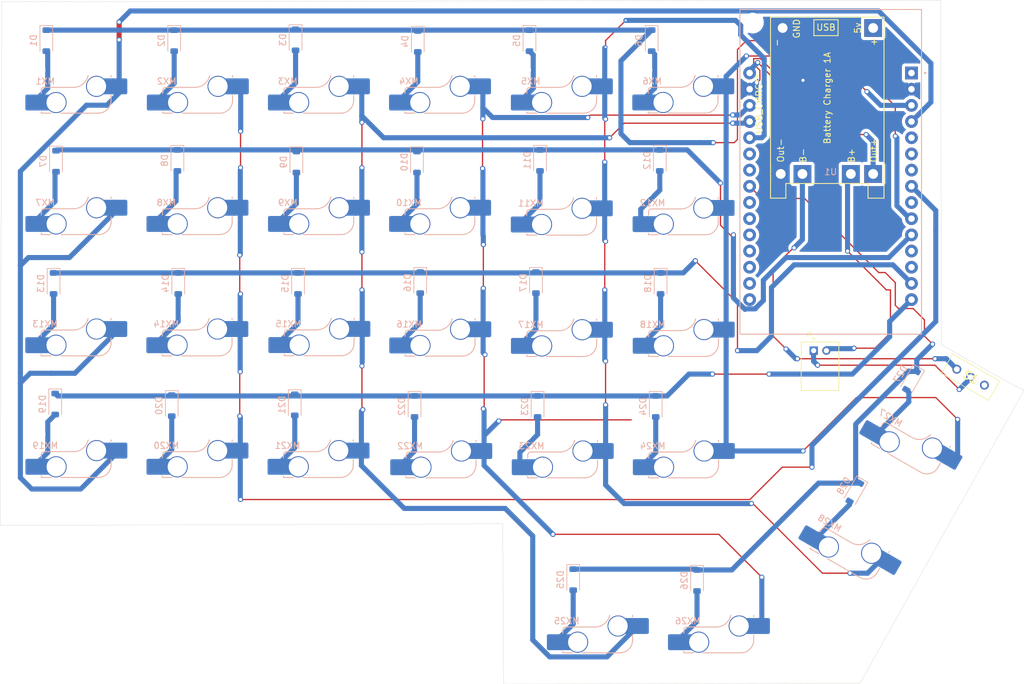
<source format=kicad_pcb>
(kicad_pcb (version 20240108) (generator "pcbnew") (generator_version "8.0")
  (layers (0 "F.Cu" signal) (31 "B.Cu" signal) (34 "B.Paste" user) (35 "F.Paste" user) (36 "B.SilkS" user "B.Silkscreen") (37 "F.SilkS" user "F.Silkscreen") (38 "B.Mask" user) (39 "F.Mask" user) (44 "Edge.Cuts" user))
  (net 0 "")
  (footprint "SamacSys_Parts:SS12D00G3" (layer "F.Cu") (at 217.784664 105.4936 150)
    (property "Reference" "S1")
    (property "Value" "SS12D00G3" (hide yes))
  )
  (footprint "bibliotecas:JST_S2B-PH-K-S_LF__SN_" (layer "F.Cu") (at 194.1566 101.3226)
    (property "Reference" "J2")
    (property "Value" "S2B-PH-K-S_LF__SN_")
  )
  (footprint "TP4056-18650-master:TP4056-18650" (layer "F.Cu") (at 204.1896 48.9986 -90)
    (property "Reference" "USB_CHRG**")
    (property "Value" "TP4056-18650")
  )
  (footprint "PCM_marbastlib-mx:SW_MX_HS_CPG151101S11_1u" (layer "B.Cu") (at 114.900598 76.3626)
    (property "Reference" "MX9")
    (property "Value" "MX_SW_HS")
  )
  (footprint "PCM_marbastlib-mx:SW_MX_HS_CPG151101S11_1u" (layer "B.Cu") (at 172.130598 95.4826)
    (property "Reference" "MX18")
    (property "Value" "MX_SW_HS")
  )
  (footprint "PCM_marbastlib-mx:SW_MX_HS_CPG151101S11_1u" (layer "B.Cu") (at 95.890598 57.3126)
    (property "Reference" "MX2")
    (property "Value" "MX_SW_HS")
  )
  (footprint "Diode_SMD:D_SOD-123" (layer "B.Cu") (at 73.8886 90.7806 -90)
    (property "Reference" "D13")
    (property "Value" "D_Small")
  )
  (footprint "Diode_SMD:D_SOD-123" (layer "B.Cu") (at 149.5806 90.6526 -90)
    (property "Reference" "D17")
    (property "Value" "D_Small")
  )
  (footprint "Diode_SMD:D_SOD-123" (layer "B.Cu") (at 111.9886 71.7296 -90)
    (property "Reference" "D9")
    (property "Value" "D_Small")
  )
  (footprint "Diode_SMD:D_SOD-123" (layer "B.Cu") (at 92.4306 109.9566 -90)
    (property "Reference" "D20")
    (property "Value" "D_Small")
  )
  (footprint "Diode_SMD:D_SOD-123" (layer "B.Cu") (at 168.3766 110.0836 -90)
    (property "Reference" "D24")
    (property "Value" "D_Small")
  )
  (footprint "Diode_SMD:D_SOD-123" (layer "B.Cu") (at 93.3196 71.4756 -90)
    (property "Reference" "D8")
    (property "Value" "D_Small")
  )
  (footprint "Diode_SMD:D_SOD-123" (layer "B.Cu") (at 72.7456 52.6796 -90)
    (property "Reference" "D1")
    (property "Value" "D_Small")
  )
  (footprint "Diode_SMD:D_SOD-123" (layer "B.Cu") (at 174.8536 137.3886 -90)
    (property "Reference" "D26")
    (property "Value" "D_Small")
  )
  (footprint "PCM_marbastlib-mx:SW_MX_HS_CPG151101S11_1u" (layer "B.Cu") (at 114.830598 114.4726)
    (property "Reference" "MX21")
    (property "Value" "MX_SW_HS")
  )
  (footprint "PCM_marbastlib-mx:SW_MX_HS_CPG151101S11_1u" (layer "B.Cu") (at 209.761044 112.507895 -30)
    (property "Reference" "MX27")
    (property "Value" "MX_SW_HS")
  )
  (footprint "PCM_marbastlib-mx:SW_MX_HS_CPG151101S11_1u" (layer "B.Cu") (at 114.890598 57.3126)
    (property "Reference" "MX3")
    (property "Value" "MX_SW_HS")
  )
  (footprint "Diode_SMD:D_SOD-123" (layer "B.Cu") (at 155.4226 137.2616 -90)
    (property "Reference" "D25")
    (property "Value" "D_Small")
  )
  (footprint "Diode_SMD:D_SOD-123" (layer "B.Cu") (at 208.5086 106.0196 -120)
    (property "Reference" "D27")
    (property "Value" "D_Small")
  )
  (footprint "Diode_SMD:D_SOD-123" (layer "B.Cu") (at 199.6186 123.5456 -120)
    (property "Reference" "D28")
    (property "Value" "D_Small")
  )
  (footprint "PCM_marbastlib-mx:SW_MX_HS_CPG151101S11_1u" (layer "B.Cu") (at 95.830598 76.3626)
    (property "Reference" "MX8")
    (property "Value" "MX_SW_HS")
  )
  (footprint "Diode_SMD:D_SOD-123" (layer "B.Cu") (at 74.1436 109.7026 -90)
    (property "Reference" "D19")
    (property "Value" "D_Small")
  )
  (footprint "PCM_marbastlib-mx:SW_MX_HS_CPG151101S11_1u" (layer "B.Cu") (at 153.150598 114.5326)
    (property "Reference" "MX23")
    (property "Value" "MX_SW_HS")
  )
  (footprint "PCM_marbastlib-mx:SW_MX_HS_CPG151101S11_1u" (layer "B.Cu") (at 153.020598 95.5026)
    (property "Reference" "MX17")
    (property "Value" "MX_SW_HS")
  )
  (footprint "PCM_marbastlib-mx:SW_MX_HS_CPG151101S11_1u" (layer "B.Cu") (at 153.000598 76.4526)
    (property "Reference" "MX11")
    (property "Value" "MX_SW_HS")
  )
  (footprint "Diode_SMD:D_SOD-123" (layer "B.Cu") (at 131.4196 90.6526 -90)
    (property "Reference" "D16")
    (property "Value" "D_Small")
  )
  (footprint "Diode_SMD:D_SOD-123" (layer "B.Cu") (at 148.5646 52.6806 -90)
    (property "Reference" "D5")
    (property "Value" "D_Small")
  )
  (footprint "PCM_marbastlib-mx:SW_MX_HS_CPG151101S11_1u" (layer "B.Cu") (at 172.150598 114.5326)
    (property "Reference" "MX24")
    (property "Value" "MX_SW_HS")
  )
  (footprint "Diode_SMD:D_SOD-123" (layer "B.Cu") (at 112.2426 90.7796 -90)
    (property "Reference" "D15")
    (property "Value" "D_Small")
  )
  (footprint "Diode_SMD:D_SOD-123" (layer "B.Cu") (at 150.2156 71.4756 -90)
    (property "Reference" "D11")
    (property "Value" "D_Small")
  )
  (footprint "PCM_marbastlib-mx:SW_MX_HS_CPG151101S11_1u" (layer "B.Cu") (at 76.820598 57.3126)
    (property "Reference" "MX1")
    (property "Value" "MX_SW_HS")
  )
  (footprint "PCM_marbastlib-mx:SW_MX_HS_CPG151101S11_1u" (layer "B.Cu") (at 200.2206 129.0126 -30)
    (property "Reference" "MX28")
    (property "Value" "MX_SW_HS")
  )
  (footprint "PCM_marbastlib-mx:SW_MX_HS_CPG151101S11_1u" (layer "B.Cu") (at 134.080598 114.5326)
    (property "Reference" "MX22")
    (property "Value" "MX_SW_HS")
  )
  (footprint "PCM_marbastlib-mx:SW_MX_HS_CPG151101S11_1u" (layer "B.Cu") (at 76.830598 76.3626)
    (property "Reference" "MX7")
    (property "Value" "MX_SW_HS")
  )
  (footprint "Diode_SMD:D_SOD-123" (layer "B.Cu") (at 130.9116 71.7296 -90)
    (property "Reference" "D10")
    (property "Value" "D_Small")
  )
  (footprint "Diode_SMD:D_SOD-123" (layer "B.Cu") (at 130.5306 110.0836 -90)
    (property "Reference" "D22")
    (property "Value" "D_Small")
  )
  (footprint "Diode_SMD:D_SOD-123" (layer "B.Cu") (at 111.7346 109.8296 -90)
    (property "Reference" "D21")
    (property "Value" "D_Small")
  )
  (footprint "PCM_marbastlib-mx:SW_MX_HS_CPG151101S11_1u" (layer "B.Cu") (at 133.890598 57.3126)
    (property "Reference" "MX4")
    (property "Value" "MX_SW_HS")
  )
  (footprint "Diode_SMD:D_SOD-123" (layer "B.Cu") (at 74.2696 71.6026 -90)
    (property "Reference" "D7")
    (property "Value" "D_Small")
  )
  (footprint "ESP32-DEVKIT-V1:MODULE_ESP32_DEVKIT_V1" (layer "B.Cu") (at 195.8086 73.2746 180)
    (property "Reference" "U1")
    (property "Value" "ESP32-DEVKIT-V1" (hide yes))
  )
  (footprint "PCM_marbastlib-mx:SW_MX_HS_CPG151101S11_1u" (layer "B.Cu") (at 177.6606 141.9926)
    (property "Reference" "MX26")
    (property "Value" "MX_SW_HS")
  )
  (footprint "Diode_SMD:D_SOD-123" (layer "B.Cu") (at 167.7416 52.6796 -90)
    (property "Reference" "D6")
    (property "Value" "D_Small")
  )
  (footprint "PCM_marbastlib-mx:SW_MX_HS_CPG151101S11_1u" (layer "B.Cu") (at 114.960598 95.3726)
    (property "Reference" "MX15")
    (property "Value" "MX_SW_HS")
  )
  (footprint "PCM_marbastlib-mx:SW_MX_HS_CPG151101S11_1u" (layer "B.Cu") (at 172.110598 76.3926)
    (property "Reference" "MX12")
    (property "Value" "MX_SW_HS")
  )
  (footprint "Diode_SMD:D_SOD-123" (layer "B.Cu") (at 149.8346 110.0836 -90)
    (property "Reference" "D23")
    (property "Value" "D_Small")
  )
  (footprint "PCM_marbastlib-mx:SW_MX_HS_CPG151101S11_1u" (layer "B.Cu") (at 172.060598 57.3026)
    (property "Reference" "MX6")
    (property "Value" "MX_SW_HS")
  )
  (footprint "PCM_marbastlib-mx:SW_MX_HS_CPG151101S11_1u" (layer "B.Cu") (at 76.810598 95.3926)
    (property "Reference" "MX13")
    (property "Value" "MX_SW_HS")
  )
  (footprint "PCM_marbastlib-mx:SW_MX_HS_CPG151101S11_1u" (layer "B.Cu") (at 158.6606 141.9926)
    (property "Reference" "MX25")
    (property "Value" "MX_SW_HS")
  )
  (footprint "Diode_SMD:D_SOD-123" (layer "B.Cu") (at 92.8116 52.6796 -90)
    (property "Reference" "D2")
    (property "Value" "D_Small")
  )
  (footprint "Diode_SMD:D_SOD-123" (layer "B.Cu") (at 131.0386 52.8066 -90)
    (property "Reference" "D4")
    (property "Value" "D_Small")
  )
  (footprint "PCM_marbastlib-mx:SW_MX_HS_CPG151101S11_1u" (layer "B.Cu") (at 133.930598 95.4326)
    (property "Reference" "MX16")
    (property "Value" "MX_SW_HS")
  )
  (footprint "PCM_marbastlib-mx:SW_MX_HS_CPG151101S11_1u" (layer "B.Cu") (at 76.830598 114.4726)
    (property "Reference" "MX19")
    (property "Value" "MX_SW_HS")
  )
  (footprint "Diode_SMD:D_SOD-123" (layer "B.Cu") (at 169.0116 71.4756 -90)
    (property "Reference" "D12")
    (property "Value" "D_Small")
  )
  (footprint "Diode_SMD:D_SOD-123" (layer "B.Cu") (at 111.8616 52.5526 -90)
    (property "Reference" "D3")
    (property "Value" "D_Small")
  )
  (footprint "PCM_marbastlib-mx:SW_MX_HS_CPG151101S11_1u" (layer "B.Cu") (at 133.900598 76.3626)
    (property "Reference" "MX10")
    (property "Value" "MX_SW_HS")
  )
  (footprint "PCM_marbastlib-mx:SW_MX_HS_CPG151101S11_1u" (layer "B.Cu") (at 95.830598 114.4726)
    (property "Reference" "MX20")
    (property "Value" "MX_SW_HS")
  )
  (footprint "PCM_marbastlib-mx:SW_MX_HS_CPG151101S11_1u" (layer "B.Cu") (at 95.810598 95.3926)
    (property "Reference" "MX14")
    (property "Value" "MX_SW_HS")
  )
  (footprint "PCM_marbastlib-mx:SW_MX_HS_CPG151101S11_1u" (layer "B.Cu") (at 153.010598 57.3126)
    (property "Reference" "MX5")
    (property "Value" "MX_SW_HS")
  )
  (footprint "Diode_SMD:D_SOD-123" (layer "B.Cu") (at 93.4466 90.7796 -90)
    (property "Reference" "D14")
    (property "Value" "D_Small")
  )
  (footprint "Diode_SMD:D_SOD-123" (layer "B.Cu") (at 169.1386 90.7796 -90)
    (property "Reference" "D18")
    (property "Value" "D_Small")
  )
  (gr_line (start 144.5006 153.6446) (end 200.3806 153.5176) (stroke (width 0.05)) (layer "Edge.Cuts"))
  (gr_line (start 144.3736 128.4986) (end 65.5066 128.7526) (stroke (width 0.05)) (layer "Edge.Cuts"))
  (gr_line (start 213.2076 100.4316) (end 224.6376 106.7816) (stroke (width 0.05)) (layer "Edge.Cuts"))
  (gr_line (start 224.6376 106.7816) (end 226.1616 107.5436) (stroke (width 0.05)) (layer "Edge.Cuts"))
  (gr_line (start 65.7606 46.5836) (end 213.0806 46.3296) (stroke (width 0.05)) (layer "Edge.Cuts"))
  (gr_line (start 200.5076 153.3906) (end 200.3806 153.5176) (stroke (width 0.05)) (layer "Edge.Cuts"))
  (gr_line (start 144.3736 128.4986) (end 144.5006 153.6446) (stroke (width 0.05)) (layer "Edge.Cuts"))
  (gr_line (start 65.7606 46.5836) (end 65.5066 128.7526) (stroke (width 0.05)) (layer "Edge.Cuts"))
  (gr_line (start 213.0806 46.3296) (end 213.2076 100.4316) (stroke (width 0.05)) (layer "Edge.Cuts"))
  (gr_line (start 226.1616 107.5436) (end 200.5076 153.3906) (stroke (width 0.05)) (layer "Edge.Cuts"))
  (segment (start 141.1986 65.0006) (end 141.250598 64.948602) (width 0.2) (layer "F.Cu") (net 0))
  (segment (start 205.9676 94.2106) (end 205.9676 90.6546) (width 0.2) (layer "F.Cu") (net 0))
  (segment (start 189.9656 85.1936) (end 190.0926 85.1936) (width 0.2) (layer "F.Cu") (net 0))
  (segment (start 204.3801 89.0671) (end 203.3641 89.0671) (width 0.2) (layer "F.Cu") (net 0))
  (segment (start 152.2476 130.1496) (end 178.2826 130.1496) (width 0.2) (layer "F.Cu") (net 0))
  (segment (start 203.3641 89.0671) (end 191.7436 77.4466) (width 0.2) (layer "F.Cu") (net 0))
  (segment (start 205.9676 62.9686) (end 195.6806 52.6816) (width 0.2) (layer "F.Cu") (net 0))
  (segment (start 181.2026 93.8296) (end 181.2026 101.3226) (width 0.2) (layer "F.Cu") (net 0))
  (segment (start 195.6806 52.6816) (end 182.5996 52.6816) (width 0.2) (layer "F.Cu") (net 0))
  (segment (start 205.2056 91.7976) (end 204.5706 91.7976) (width 0.2) (layer "F.Cu") (net 0))
  (segment (start 163.4226 65.6356) (end 180.4406 65.6356) (width 0.2) (layer "F.Cu") (net 0))
  (segment (start 191.7436 77.4466) (end 185.015599 77.4466) (width 0.2) (layer "F.Cu") (net 0))
  (segment (start 185.015599 77.4466) (end 183.1086 75.539601) (width 0.2) (layer "F.Cu") (net 0))
  (segment (start 160.3756 65.1256) (end 160.5026 64.9986) (width 0.2) (layer "F.Cu") (net 0))
  (segment (start 186.7906 88.3686) (end 189.9656 85.1936) (width 0.2) (layer "F.Cu") (net 0))
  (segment (start 164.532215 112.1887) (end 143.9195 112.1887) (width 0.2) (layer "F.Cu") (net 0))
  (segment (start 183.7426 56.3646) (end 184.720175 57.342175) (width 0.2) (layer "F.Cu") (net 0))
  (segment (start 103.0986 86.3346) (end 103.0986 92.3036) (width 0.2) (layer "F.Cu") (net 0))
  (segment (start 181.2026 54.0786) (end 181.2026 68.1756) (width 0.2) (layer "F.Cu") (net 0))
  (segment (start 158.0886 64.3656) (end 179.9326 64.3656) (width 0.2) (layer "F.Cu") (net 0))
  (segment (start 211.8096 100.3066) (end 210.5396 99.0366) (width 0.2) (layer "F.Cu") (net 0))
  (segment (start 183.7426 55.4946) (end 183.7426 56.3646) (width 0.2) (layer "F.Cu") (net 0))
  (segment (start 122.4026 110.5916) (end 122.2756 110.4646) (width 0.2) (layer "F.Cu") (net 0))
  (segment (start 212.3186 108.6866) (end 215.7476 112.1156) (width 0.2) (layer "F.Cu") (net 0))
  (segment (start 161.1366 67.9216) (end 163.4226 65.6356) (width 0.2) (layer "F.Cu") (net 0))
  (segment (start 157.7076 64.7466) (end 158.0886 64.3656) (width 0.2) (layer "F.Cu") (net 0))
  (segment (start 141.4526 102.2096) (end 141.5796 102.0826) (width 0.2) (layer "F.Cu") (net 0))
  (segment (start 179.9326 64.3656) (end 180.1866 64.3656) (width 0.2) (layer "F.Cu") (net 0))
  (segment (start 181.2026 68.1756) (end 180.6946 68.6836) (width 0.2) (layer "F.Cu") (net 0))
  (segment (start 188.8226 101.0686) (end 186.7906 99.0366) (width 0.2) (layer "F.Cu") (net 0))
  (segment (start 186.7906 99.0366) (end 186.7906 88.3686) (width 0.2) (layer "F.Cu") (net 0))
  (segment (start 205.9676 90.6546) (end 204.3801 89.0671) (width 0.2) (layer "F.Cu") (net 0))
  (segment (start 122.2756 110.4646) (end 122.2756 103.7336) (width 0.2) (layer "F.Cu") (net 0))
  (segment (start 122.2756 72.6186) (end 122.2756 65.5066) (width 0.2) (layer "F.Cu") (net 0))
  (segment (start 199.8726 108.6866) (end 212.3186 108.6866) (width 0.2) (layer "F.Cu") (net 0))
  (segment (start 103.2256 66.9036) (end 103.2256 72.6186) (width 0.2) (layer "F.Cu") (net 0))
  (segment (start 205.2056 98.5286) (end 205.2056 91.7976) (width 0.2) (layer "F.Cu") (net 0))
  (segment (start 182.5996 52.6816) (end 181.2026 54.0786) (width 0.2) (layer "F.Cu") (net 0))
  (segment (start 184.2506 59.311) (end 184.1998 59.311) (width 0.2) (layer "F.Cu") (net 0))
  (segment (start 103.0986 92.3036) (end 103.2256 92.4306) (width 0.2) (layer "F.Cu") (net 0))
  (segment (start 160.5026 53.6956) (end 160.5026 52.6796) (width 0.2) (layer "F.Cu") (net 0))
  (segment (start 182.5996 55.0946) (end 195.9346 55.0946) (width 0.2) (layer "F.Cu") (net 0))
  (segment (start 202.7926 100.9416) (end 205.2056 98.5286) (width 0.2) (layer "F.Cu") (net 0))
  (segment (start 178.5356 75.0336) (end 178.5356 81.6376) (width 0.2) (layer "F.Cu") (net 0))
  (segment (start 199.4906 100.9416) (end 202.7926 100.9416) (width 0.2) (layer "F.Cu") (net 0))
  (segment (start 103.0986 111.6076) (end 103.0986 104.6226) (width 0.2) (layer "F.Cu") (net 0))
  (segment (start 174.5986 87.2256) (end 181.2026 93.8296) (width 0.2) (layer "F.Cu") (net 0))
  (segment (start 188.1876 58.9046) (end 184.7776 55.4946) (width 0.2) (layer "F.Cu") (net 0))
  (segment (start 183.4896 125.1966) (end 194.5386 136.2456) (width 0.2) (layer "F.Cu") (net 0))
  (segment (start 184.7776 55.4946) (end 183.7426 55.4946) (width 0.2) (layer "F.Cu") (net 0))
  (segment (start 210.5396 99.0366) (end 210.5396 96.4966) (width 0.2) (layer "F.Cu") (net 0))
  (segment (start 184.3776 56.1106) (end 195.6806 67.4136) (width 0.2) (layer "F.Cu") (net 0))
  (segment (start 160.3756 71.7296) (end 160.3756 65.1256) (width 0.2) (layer "F.Cu") (net 0))
  (segment (start 141.4526 110.3376) (end 141.4526 102.2096) (width 0.2) (layer "F.Cu") (net 0))
  (segment (start 184.720175 57.342175) (end 184.720175 58.841425) (width 0.2) (layer "F.Cu") (net 0))
  (segment (start 192.8866 119.6106) (end 188.227071 119.6106) (width 0.2) (layer "F.Cu") (net 0))
  (segment (start 84.1756 52.5526) (end 84.1756 49.7586) (width 0.8) (layer "F.Cu") (net 0))
  (segment (start 191.4896 58.9046) (end 188.1876 58.9046) (width 0.2) (layer "F.Cu") (net 0))
  (segment (start 210.5396 96.4966) (end 208.7616 94.7186) (width 0.2) (layer "F.Cu") (net 0))
  (segment (start 178.2826 130.1496) (end 184.7596 136.6266) (width 0.2) (layer "F.Cu") (net 0))
  (segment (start 177.2656 105.0056) (end 186.1556 105.0056) (width 0.2) (layer "F.Cu") (net 0))
  (segment (start 141.3256 91.5416) (end 141.3256 84.6836) (width 0.2) (layer "F.Cu") (net 0))
  (segment (start 212.1906 103.6086) (end 216.0006 107.4186) (width 0.2) (layer "F.Cu") (net 0))
  (segment (start 206.4756 94.7186) (end 205.9676 94.2106) (width 0.2) (layer "F.Cu") (net 0))
  (segment (start 178.5356 81.6376) (end 180.1866 83.2886) (width 0.2) (layer "F.Cu") (net 0))
  (segment (start 195.9346 55.0946) (end 201.5226 60.6826) (width 0.2) (layer "F.Cu") (net 0))
  (segment (start 141.1986 72.7456) (end 141.1986 65.0006) (width 0.2) (layer "F.Cu") (net 0))
  (segment (start 141.5796 102.0826) (end 141.5796 101.9556) (width 0.2) (layer "F.Cu") (net 0))
  (segment (start 122.2756 91.7956) (end 122.2756 85.8266) (width 0.2) (layer "F.Cu") (net 0))
  (segment (start 194.5386 136.2456) (end 198.8566 136.2456) (width 0.2) (layer "F.Cu") (net 0))
  (segment (start 208.7616 94.7186) (end 206.4756 94.7186) (width 0.2) (layer "F.Cu") (net 0))
  (segment (start 191.4866 117.0726) (end 199.8726 108.6866) (width 0.2) (layer "F.Cu") (net 0))
  (segment (start 160.3756 91.7956) (end 160.3756 84.3026) (width 0.2) (layer "F.Cu") (net 0))
  (segment (start 183.149071 124.6886) (end 103.2256 124.6886) (width 0.2) (layer "F.Cu") (net 0))
  (segment (start 204.5706 91.7976) (end 198.4746 85.7016) (width 0.2) (layer "F.Cu") (net 0))
  (segment (start 212.1906 102.5926) (end 190.6006 102.5926) (width 0.2) (layer "F.Cu") (net 0))
  (segment (start 143.9195 112.1887) (end 143.7386 112.3696) (width 0.2) (layer "F.Cu") (net 0))
  (segment (start 205.9676 67.6676) (end 205.9676 62.9686) (width 0.2) (layer "F.Cu") (net 0))
  (segment (start 180.6946 68.6836) (end 177.3926 68.6836) (width 0.2) (layer "F.Cu") (net 0))
  (segment (start 188.227071 119.6106) (end 183.149071 124.6886) (width 0.2) (layer "F.Cu") (net 0))
  (segment (start 141.3256 110.4646) (end 141.4526 110.3376) (width 0.2) (layer "F.Cu") (net 0))
  (segment (start 160.5026 52.6796) (end 163.6776 49.5046) (width 0.2) (layer "F.Cu") (net 0))
  (segment (start 160.3756 84.3026) (end 160.5026 84.1756) (width 0.2) (layer "F.Cu") (net 0))
  (segment (start 193.7756 103.6086) (end 212.1906 103.6086) (width 0.2) (layer "F.Cu") (net 0))
  (segment (start 160.5026 109.8296) (end 160.5026 102.9716) (width 0.2) (layer "F.Cu") (net 0))
  (segment (start 195.6806 67.4136) (end 201.3956 67.4136) (width 0.2) (layer "F.Cu") (net 0))
  (segment (start 184.720175 58.841425) (end 184.2506 59.311) (width 0.2) (layer "F.Cu") (net 0))
  (via (at 160.5026 53.6956) (size 0.6) (drill 0.3) (layers "F.Cu" "B.Cu") (net 0))
  (via (at 141.5796 101.9556) (size 0.8) (drill 0.5) (layers "F.Cu" "B.Cu") (net 0))
  (via (at 141.1986 72.7456) (size 0.8) (drill 0.5) (layers "F.Cu" "B.Cu") (net 0))
  (via (at 152.2476 130.1496) (size 0.8) (drill 0.5) (layers "F.Cu" "B.Cu") (net 0))
  (via (at 141.3256 91.5416) (size 0.8) (drill 0.5) (layers "F.Cu" "B.Cu") (net 0))
  (via (at 84.1756 49.7586) (size 0.8) (drill 0.5) (layers "F.Cu" "B.Cu") (net 0))
  (via (at 184.1998 59.311) (size 0.8) (drill 0.5) (layers "F.Cu" "B.Cu") (net 0))
  (via (at 211.8096 100.3066) (size 0.8) (drill 0.5) (layers "F.Cu" "B.Cu") (net 0))
  (via (at 199.4906 100.9416) (size 0.8) (drill 0.5) (layers "F.Cu" "B.Cu") (net 0))
  (via (at 160.5026 84.1756) (size 0.8) (drill 0.5) (layers "F.Cu" "B.Cu") (net 0))
  (via (at 192.8866 119.6106) (size 0.8) (drill 0.5) (layers "F.Cu" "B.Cu") (net 0))
  (via (at 103.0986 86.3346) (size 0.8) (drill 0.5) (layers "F.Cu" "B.Cu") (net 0))
  (via (at 157.7076 64.7466) (size 0.8) (drill 0.5) (layers "F.Cu" "B.Cu") (net 0))
  (via (at 191.4866 117.0726) (size 0.8) (drill 0.5) (layers "F.Cu" "B.Cu") (net 0))
  (via (at 103.2256 124.6886) (size 0.8) (drill 0.5) (layers "F.Cu" "B.Cu") (net 0))
  (via (at 160.3756 91.7956) (size 0.8) (drill 0.5) (layers "F.Cu" "B.Cu") (net 0))
  (via (at 84.1756 52.5526) (size 0.8) (drill 0.5) (layers "F.Cu" "B.Cu") (net 0))
  (via (at 180.4406 65.6356) (size 0.8) (drill 0.5) (layers "F.Cu" "B.Cu") (net 0))
  (via (at 191.4896 58.9046) (size 0.8) (drill 0.5) (layers "F.Cu" "B.Cu") (net 0))
  (via (at 216.0006 107.4186) (size 0.8) (drill 0.5) (layers "F.Cu" "B.Cu") (net 0))
  (via (at 183.387 125.3002) (size 0.8) (drill 0.5) (layers "F.Cu" "B.Cu") (net 0))
  (via (at 201.3956 67.4136) (size 0.8) (drill 0.5) (layers "F.Cu" "B.Cu") (net 0))
  (via (at 160.3756 71.7296) (size 0.8) (drill 0.5) (layers "F.Cu" "B.Cu") (net 0))
  (via (at 177.2656 105.0056) (size 0.8) (drill 0.5) (layers "F.Cu" "B.Cu") (net 0))
  (via (at 141.250598 64.948602) (size 0.8) (drill 0.5) (layers "F.Cu" "B.Cu") (net 0))
  (via (at 174.5986 87.2256) (size 0.8) (drill 0.5) (layers "F.Cu" "B.Cu") (net 0))
  (via (at 185.0126 136.8826) (size 0.8) (drill 0.5) (layers "F.Cu" "B.Cu") (net 0))
  (via (at 103.0986 111.6076) (size 0.8) (drill 0.5) (layers "F.Cu" "B.Cu") (net 0))
  (via (at 190.0926 85.1936) (size 0.8) (drill 0.5) (layers "F.Cu" "B.Cu") (net 0))
  (via (at 184.3776 56.1106) (size 0.8) (drill 0.5) (layers "F.Cu" "B.Cu") (net 0))
  (via (at 180.4406 64.3402) (size 0.8) (drill 0.5) (layers "F.Cu" "B.Cu") (net 0))
  (via (at 143.7386 112.3696) (size 0.8) (drill 0.5) (layers "F.Cu" "B.Cu") (net 0))
  (via (at 193.7756 103.6086) (size 0.8) (drill 0.5) (layers "F.Cu" "B.Cu") (net 0))
  (via (at 160.5026 102.9716) (size 0.8) (drill 0.5) (layers "F.Cu" "B.Cu") (net 0))
  (via (at 215.7476 112.1156) (size 0.8) (drill 0.5) (layers "F.Cu" "B.Cu") (net 0))
  (via (at 205.9676 67.6676) (size 0.8) (drill 0.5) (layers "F.Cu" "B.Cu") (net 0))
  (via (at 178.5356 75.0336) (size 0.8) (drill 0.5) (layers "F.Cu" "B.Cu") (net 0))
  (via (at 141.3256 84.6836) (size 0.8) (drill 0.5) (layers "F.Cu" "B.Cu") (net 0))
  (via (at 103.2256 92.4306) (size 0.8) (drill 0.5) (layers "F.Cu" "B.Cu") (net 0))
  (via (at 186.1556 105.0056) (size 0.8) (drill 0.5) (layers "F.Cu" "B.Cu") (net 0))
  (via (at 163.6776 49.5046) (size 0.6) (drill 0.3) (layers "F.Cu" "B.Cu") (net 0))
  (via (at 103.2256 66.9036) (size 0.8) (drill 0.5) (layers "F.Cu" "B.Cu") (net 0))
  (via (at 122.2756 91.7956) (size 0.8) (drill 0.5) (layers "F.Cu" "B.Cu") (net 0))
  (via (at 141.3256 110.4646) (size 0.8) (drill 0.5) (layers "F.Cu" "B.Cu") (net 0))
  (via (at 212.1906 102.5926) (size 0.8) (drill 0.5) (layers "F.Cu" "B.Cu") (net 0))
  (via (at 201.5226 60.6826) (size 0.8) (drill 0.5) (layers "F.Cu" "B.Cu") (net 0))
  (via (at 180.5676 83.1616) (size 0.8) (drill 0.5) (layers "F.Cu" "B.Cu") (net 0))
  (via (at 182.5996 55.0946) (size 0.8) (drill 0.5) (layers "F.Cu" "B.Cu") (net 0))
  (via (at 198.8566 136.2456) (size 0.8) (drill 0.5) (layers "F.Cu" "B.Cu") (net 0))
  (via (at 160.5026 64.9986) (size 0.8) (drill 0.5) (layers "F.Cu" "B.Cu") (net 0))
  (via (at 122.2756 85.8266) (size 0.8) (drill 0.5) (layers "F.Cu" "B.Cu") (net 0))
  (via (at 160.5026 109.8296) (size 0.8) (drill 0.5) (layers "F.Cu" "B.Cu") (net 0))
  (via (at 188.8226 101.0686) (size 0.8) (drill 0.5) (layers "F.Cu" "B.Cu") (net 0))
  (via (at 103.2256 72.6186) (size 0.8) (drill 0.5) (layers "F.Cu" "B.Cu") (net 0))
  (via (at 122.2756 103.7336) (size 0.8) (drill 0.5) (layers "F.Cu" "B.Cu") (net 0))
  (via (at 190.6006 102.5926) (size 0.8) (drill 0.5) (layers "F.Cu" "B.Cu") (net 0))
  (via (at 122.4026 110.5916) (size 0.8) (drill 0.5) (layers "F.Cu" "B.Cu") (net 0))
  (via (at 198.4746 85.7016) (size 0.8) (drill 0.5) (layers "F.Cu" "B.Cu") (net 0))
  (via (at 103.1738 104.6226) (size 0.8) (drill 0.5) (layers "F.Cu" "B.Cu") (net 0))
  (via (at 177.3926 68.6836) (size 0.8) (drill 0.5) (layers "F.Cu" "B.Cu") (net 0))
  (via (at 122.2756 72.6186) (size 0.8) (drill 0.5) (layers "F.Cu" "B.Cu") (net 0))
  (via (at 122.2756 65.5066) (size 0.8) (drill 0.5) (layers "F.Cu" "B.Cu") (net 0))
  (via (at 161.1366 67.9216) (size 0.8) (drill 0.5) (layers "F.Cu" "B.Cu") (net 0))
  (via (at 181.2026 101.3226) (size 0.8) (drill 0.5) (layers "F.Cu" "B.Cu") (net 0))
  (segment (start 93.1154 73.115002) (end 93.1154 77.853) (width 0.8) (layer "B.Cu") (net 0))
  (segment (start 103.2256 72.9996) (end 103.190598 73.034602) (width 0.2) (layer "B.Cu") (net 0))
  (segment (start 183.1086 57.3796) (end 184.3776 56.1106) (width 0.8) (layer "B.Cu") (net 0))
  (segment (start 122.260598 85.811598) (end 122.260598 78.9026) (width 0.8) (layer "B.Cu") (net 0))
  (segment (start 103.2256 92.4306) (end 103.170598 92.485602) (width 0.2) (layer "B.Cu") (net 0))
  (segment (start 180.5676 93.041342) (end 182.384129 94.857871) (width 0.8) (layer "B.Cu") (net 0))
  (segment (start 111.8616 54.2026) (end 111.8616 59.331598) (width 0.8) (layer "B.Cu") (net 0))
  (segment (start 201.3956 67.4136) (end 202.4896 68.5076) (width 0.8) (layer "B.Cu") (net 0))
  (segment (start 181.7106 50.303895) (end 181.7106 51.7926) (width 0.8) (layer "B.Cu") (net 0))
  (segment (start 128.921598 126.0856) (end 141.0716 126.0856) (width 0.8) (layer "B.Cu") (net 0))
  (segment (start 72.965598 61.9076) (end 72.480598 62.3926) (width 0.2) (layer "B.Cu") (net 0))
  (segment (start 199.2366 105.0056) (end 205.0786 99.1636) (width 0.8) (layer "B.Cu") (net 0))
  (segment (start 141.440598 110.579598) (end 141.3256 110.4646) (width 0.2) (layer "B.Cu") (net 0))
  (segment (start 73.8886 97.304598) (end 70.720598 100.4726) (width 0.8) (layer "B.Cu") (net 0))
  (segment (start 160.510598 122.410598) (end 163.4236 125.3236) (width 0.8) (layer "B.Cu") (net 0))
  (segment (start 70.4596 123.0376) (end 78.165598 123.0376) (width 0.8) (layer "B.Cu") (net 0))
  (segment (start 68.6816 106.4006) (end 68.6816 121.2596) (width 0.8) (layer "B.Cu") (net 0))
  (segment (start 149.155598 60.1576) (end 146.920598 62.3926) (width 0.8) (layer "B.Cu") (net 0))
  (segment (start 78.165598 123.0376) (end 78.419598 122.7836) (width 0.2) (layer "B.Cu") (net 0))
  (segment (start 72.7456 51.0296) (end 167.7416 51.0296) (width 0.8) (layer "B.Cu") (net 0))
  (segment (start 188.8226 86.7176) (end 204.9506 86.7176) (width 0.8) (layer "B.Cu") (net 0))
  (segment (start 167.7416 54.3296) (end 168.205598 54.793598) (width 0.2) (layer "B.Cu") (net 0))
  (segment (start 193.1566 101.0151) (end 193.1031 101.0686) (width 0.2) (layer "B.Cu") (net 0))
  (segment (start 192.8866 116.1816) (end 192.8866 119.6106) (width 0.8) (layer "B.Cu") (net 0))
  (segment (start 183.9966 94.7186) (end 185.2666 93.4486) (width 0.8) (layer "B.Cu") (net 0))
  (segment (start 174.7266 135.6116) (end 174.8536 135.7386) (width 0.2) (layer "B.Cu") (net 0))
  (segment (start 103.2256 72.6186) (end 103.2256 72.9996) (width 0.2) (layer "B.Cu") (net 0))
  (segment (start 122.190598 117.0126) (end 122.190598 110.803602) (width 0.8) (layer "B.Cu") (net 0))
  (segment (start 193.1566 101.3226) (end 193.1406 101.3386) (width 0.2) (layer "B.Cu") (net 0))
  (segment (start 149.155598 54.921598) (end 149.155598 60.1576) (width 0.8) (layer "B.Cu") (net 0))
  (segment (start 208.082581 109.378342) (end 208.082581 107.847523) (width 0.8) (layer "B.Cu") (net 0))
  (segment (start 208.286542 104.590658) (end 209.3336 104.590658) (width 0.8) (layer "B.Cu") (net 0))
  (segment (start 103.190598 117.0126) (end 103.190598 124.653598) (width 0.8) (layer "B.Cu") (net 0))
  (segment (start 188.8226 101.0686) (end 190.3466 102.5926) (width 0.8) (layer "B.Cu") (net 0))
  (segment (start 73.8886 89.1306) (end 169.1376 89.1306) (width 0.8) (layer "B.Cu") (net 0))
  (segment (start 151.7386 149.3794) (end 149.0731 146.7139) (width 0.8) (layer "B.Cu") (net 0))
  (segment (start 74.1162 73.2526) (end 74.1162 77.913598) (width 0.8) (layer "B.Cu") (net 0))
  (segment (start 84.190598 117.0126) (end 78.419598 122.7836) (width 0.8) (layer "B.Cu") (net 0))
  (segment (start 183.3626 125.3236) (end 183.4896 125.1966) (width 0.2) (layer "B.Cu") (net 0))
  (segment (start 160.370598 59.8526) (end 160.370598 53.827602) (width 0.8) (layer "B.Cu") (net 0))
  (segment (start 186.1556 105.0056) (end 199.2366 105.0056) (width 0.8) (layer "B.Cu") (net 0))
  (segment (start 217.784664 105.634536) (end 217.784664 105.4936) (width 0.2) (layer "B.Cu") (net 0))
  (segment (start 182.9796 83.2886) (end 183.1086 83.1596) (width 0.2) (layer "B.Cu") (net 0))
  (segment (start 160.510598 109.837598) (end 160.5026 109.8296) (width 0.2) (layer "B.Cu") (net 0))
  (segment (start 125.679598 67.9216) (end 161.1366 67.9216) (width 0.8) (layer "B.Cu") (net 0))
  (segment (start 84.1756 49.7586) (end 85.9066 48.0276) (width 0.8) (layer "B.Cu") (net 0))
  (segment (start 208.082581 107.847523) (end 207.6836 107.448542) (width 0.8) (layer "B.Cu") (net 0))
  (segment (start 208.5086 75.5396) (end 208.5106 75.5416) (width 0.2) (layer "B.Cu") (net 0))
  (segment (start 130.9116 73.3796) (end 130.9116 78.341598) (width 0.8) (layer "B.Cu") (net 0))
  (segment (start 141.440598 114.667602) (end 141.440598 114.9096) (width 0.2) (layer "B.Cu") (net 0))
  (segment (start 190.3466 102.5926) (end 190.6006 102.5926) (width 0.2) (layer "B.Cu") (net 0))
  (segment (start 160.7302 149.3794) (end 151.7386 149.3794) (width 0.8) (layer "B.Cu") (net 0))
  (segment (start 190.0926 87.8606) (end 205.5896 87.8606) (width 0.8) (layer "B.Cu") (net 0))
  (segment (start 131.0386 59.154598) (end 127.800598 62.3926) (width 0.8) (layer "B.Cu") (net 0))
  (segment (start 103.170598 92.485602) (end 103.170598 97.9326) (width 0.8) (layer "B.Cu") (net 0))
  (segment (start 198.4746 74.1136) (end 198.9896 73.5986) (width 0.2) (layer "B.Cu") (net 0))
  (segment (start 73.8886 92.4306) (end 73.8886 97.304598) (width 0.8) (layer "B.Cu") (net 0))
  (segment (start 122.2756 85.8266) (end 122.260598 85.811598) (width 0.2) (layer "B.Cu") (net 0))
  (segment (start 180.911305 49.5046) (end 181.7106 50.303895) (width 0.8) (layer "B.Cu") (net 0))
  (segment (start 103.0986 103.9876) (end 103.170598 103.915602) (width 0.2) (layer "B.Cu") (net 0))
  (segment (start 213.9686 102.5926) (end 212.1906 102.5926) (width 0.8) (layer "B.Cu") (net 0))
  (segment (start 130.5306 117.072598) (end 127.990598 119.6126) (width 0.8) (layer "B.Cu") (net 0))
  (segment (start 84.180598 52.557598) (end 84.1756 52.5526) (width 0.8) (layer "B.Cu") (net 0))
  (segment (start 185.0634 100.5098) (end 186.5366 99.0366) (width 0.8) (layer "B.Cu") (net 0))
  (segment (start 131.0386 54.4566) (end 131.0386 59.154598) (width 0.8) (layer "B.Cu") (net 0))
  (segment (start 160.380598 98.0426) (end 160.380598 91.800598) (width 0.8) (layer "B.Cu") (net 0))
  (segment (start 130.5306 111.7336) (end 130.5306 117.072598) (width 0.8) (layer "B.Cu") (net 0))
  (segment (start 160.510598 117.0726) (end 160.510598 109.837598) (width 0.8) (layer "B.Cu") (net 0))
  (segment (start 161.076 149.0226) (end 161.076 149.0336) (width 0.8) (layer "B.Cu") (net 0))
  (segment (start 198.7936 124.974542) (end 198.7936 125.494157) (width 0.2) (layer "B.Cu") (net 0))
  (segment (start 201.614858 136.2456) (end 203.830653 134.029805) (width 0.8) (layer "B.Cu") (net 0))
  (segment (start 111.8616 59.331598) (end 108.800598 62.3926) (width 0.8) (layer "B.Cu") (net 0))
  (segment (start 76.377598 86.7156) (end 84.190598 78.9026) (width 0.8) (layer "B.Cu") (net 0))
  (segment (start 168.3766 108.4336) (end 74.5246 108.4336) (width 0.8) (layer "B.Cu") (net 0))
  (segment (start 148.5646 54.3306) (end 149.155598 54.921598) (width 0.8) (layer "B.Cu") (net 0))
  (segment (start 181.5826 64.3656) (end 183.1086 62.8396) (width 0.8) (layer "B.Cu") (net 0))
  (segment (start 112.2426 97.080598) (end 108.870598 100.4526) (width 0.8) (layer "B.Cu") (net 0))
  (segment (start 175.2336 68.6836) (end 176.6306 68.6836) (width 0.8) (layer "B.Cu") (net 0))
  (segment (start 122.2756 65.5066) (end 122.250598 65.481598) (width 0.2) (layer "B.Cu") (net 0))
  (segment (start 72.965598 60.1576) (end 70.730598 62.3926) (width 0.8) (layer "B.Cu") (net 0))
  (segment (start 68.6816 106.4006) (end 70.2056 104.8766) (width 0.8) (layer "B.Cu") (net 0))
  (segment (start 93.1154 77.853) (end 89.536398 81.432002) (width 0.8) (layer "B.Cu") (net 0))
  (segment (start 141.0716 126.0856) (end 144.7546 126.0856) (width 0.8) (layer "B.Cu") (net 0))
  (segment (start 122.260598 72.633602) (end 122.2756 72.6186) (width 0.2) (layer "B.Cu") (net 0))
  (segment (start 103.250598 66.878602) (end 103.2256 66.9036) (width 0.2) (layer "B.Cu") (net 0))
  (segment (start 141.5796 101.9556) (end 141.290598 101.666598) (width 0.2) (layer "B.Cu") (net 0))
  (segment (start 69.9516 86.7156) (end 70.9676 86.7156) (width 0.8) (layer "B.Cu") (net 0))
  (segment (start 160.510598 117.0726) (end 160.510598 122.410598) (width 0.8) (layer "B.Cu") (net 0))
  (segment (start 179.420598 59.8426) (end 180.4056 59.8426) (width 0.2) (layer "B.Cu") (net 0))
  (segment (start 103.250598 59.8526) (end 103.250598 66.878602) (width 0.8) (layer "B.Cu") (net 0))
  (segment (start 92.4306 111.6066) (end 92.4306 116.862598) (width 0.8) (layer "B.Cu") (net 0))
  (segment (start 183.1086 80.6196) (end 183.1086 80.4956) (width 0.2) (layer "B.Cu") (net 0))
  (segment (start 208.508601 80.6196) (end 208.2516 80.6196) (width 0.2) (layer "B.Cu") (net 0))
  (segment (start 203.199638 113.862304) (end 201.946949 113.862304) (width 0.2) (layer "B.Cu") (net 0))
  (segment (start 168.205598 60.1476) (end 165.970598 62.3826) (width 0.8) (layer "B.Cu") (net 0))
  (segment (start 68.6816 121.2596) (end 70.4596 123.0376) (width 0.8) (layer "B.Cu") (net 0))
  (segment (start 204.9506 86.7176) (end 208.5086 83.1596) (width 0.8) (layer "B.Cu") (net 0))
  (segment (start 142.774598 64.7466) (end 157.7076 64.7466) (width 0.8) (layer "B.Cu") (net 0))
  (segment (start 186.5366 91.4166) (end 190.0926 87.8606) (width 0.8) (layer "B.Cu") (net 0))
  (segment (start 168.3766 117.296598) (end 166.060598 119.6126) (width 0.8) (layer "B.Cu") (net 0))
  (segment (start 149.5806 97.932598) (end 146.930598 100.5826) (width 0.8) (layer "B.Cu") (net 0))
  (segment (start 208.508601 75.5396) (end 212.3176 79.348599) (width 0.8) (layer "B.Cu") (net 0))
  (segment (start 182.852599 65.6356) (end 183.108599 65.3796) (width 0.2) (layer "B.Cu") (net 0))
  (segment (start 193.935542 122.116658) (end 200.4436 122.116658) (width 0.8) (layer "B.Cu") (net 0))
  (segment (start 193.1406 101.3386) (end 193.1406 102.9736) (width 0.8) (layer "B.Cu") (net 0))
  (segment (start 111.7346 111.4796) (end 111.7346 116.558598) (width 0.8) (layer "B.Cu") (net 0))
  (segment (start 141.440598 117.0726) (end 141.440598 114.9096) (width 0.8) (layer "B.Cu") (net 0))
  (segment (start 111.7346 116.558598) (end 108.740598 119.5526) (width 0.8) (layer "B.Cu") (net 0))
  (segment (start 180.3136 135.7386) (end 193.935542 122.116658) (width 0.8) (layer "B.Cu") (net 0))
  (segment (start 208.2516 80.6196) (end 206.2216 78.5896) (width 0.8) (layer "B.Cu") (net 0))
  (segment (start 141.260598 78.9026) (end 141.260598 72.807598) (width 0.8) (layer "B.Cu") (net 0))
  (segment (start 212.4456 115.968209) (end 214.864991 118.3876) (width 0.2) (layer "B.Cu") (net 0))
  (segment (start 198.7936 125.494157) (end 193.920748 130.367009) (width 0.8) (layer "B.Cu") (net 0))
  (segment (start 174.8536 135.7386) (end 180.3136 135.7386) (width 0.8) (layer "B.Cu") (net 0))
  (segment (start 122.260598 78.9026) (end 122.260598 75.427602) (width 0.2) (layer "B.Cu") (net 0))
  (segment (start 168.3766 111.7336) (end 168.3766 117.296598) (width 0.8) (layer "B.Cu") (net 0))
  (segment (start 185.3936 67.5406) (end 185.0146 67.9196) (width 0.8) (layer "B.Cu") (net 0))
  (segment (start 182.7246 90.7796) (end 183.1086 90.7796) (width 0.2) (layer "B.Cu") (net 0))
  (segment (start 172.6946 89.1296) (end 174.5986 87.2256) (width 0.8) (layer "B.Cu") (net 0))
  (segment (start 186.5366 99.0366) (end 186.5366 91.4166) (width 0.8) (layer "B.Cu") (net 0))
  (segment (start 141.440598 114.9096) (end 141.440598 110.579598) (width 0.8) (layer "B.Cu") (net 0))
  (segment (start 170.1546 108.4336) (end 173.5826 105.0056) (width 0.8) (layer "B.Cu") (net 0))
  (segment (start 122.2756 103.2256) (end 122.320598 103.180602) (width 0.2) (layer "B.Cu") (net 0))
  (segment (start 205.0786 99.1636) (end 205.0786 96.7496) (width 0.8) (layer "B.Cu") (net 0))
  (segment (start 191.4866 117.0726) (end 179.510598 117.0726) (width 0.8) (layer "B.Cu") (net 0))
  (segment (start 205.0786 96.7496) (end 208.5086 93.3196) (width 0.8) (layer "B.Cu") (net 0))
  (segment (start 169.1386 92.4296) (end 169.1386 97.464598) (width 0.8) (layer "B.Cu") (net 0))
  (segment (start 168.3766 108.4336) (end 170.1546 108.4336) (width 0.8) (layer "B.Cu") (net 0))
  (segment (start 206.2216 67.9216) (end 205.9676 67.6676) (width 0.2) (layer "B.Cu") (net 0))
  (segment (start 131.4196 96.933598) (end 127.840598 100.5126) (width 0.8) (layer "B.Cu") (net 0))
  (segment (start 72.965598 54.549598) (end 72.965598 60.1576) (width 0.8) (layer "B.Cu") (net 0))
  (segment (start 149.0731 146.7139) (end 149.0731 130.4041) (width 0.8) (layer "B.Cu") (net 0))
  (segment (start 141.440598 117.0726) (end 141.440598 119.342598) (width 0.8) (layer "B.Cu") (net 0))
  (segment (start 122.260598 78.9026) (end 122.260598 72.633602) (width 0.8) (layer "B.Cu") (net 0))
  (segment (start 79.0438 62.8162) (end 68.6816 73.1784) (width 0.8) (layer "B.Cu") (net 0))
  (segment (start 212.3176 96.7506) (end 205.8406 103.2276) (width 0.8) (layer "B.Cu") (net 0))
  (segment (start 103.190598 73.034602) (end 103.190598 78.9026) (width 0.8) (layer "B.Cu") (net 0))
  (segment (start 77.226598 104.8766) (end 73.5076 104.8766) (width 0.8) (layer "B.Cu") (net 0))
  (segment (start 160.360598 71.744602) (end 160.3756 71.7296) (width 0.2) (layer "B.Cu") (net 0))
  (segment (start 185.0206 136.8876) (end 185.0206 144.5326) (width 0.8) (layer "B.Cu") (net 0))
  (segment (start 181.5572 64.3402) (end 181.5826 64.3656) (width 0.2) (layer "B.Cu") (net 0))
  (segment (start 141.260598 72.807598) (end 141.1986 72.7456) (width 0.2) (layer "B.Cu") (net 0))
  (segment (start 103.1738 104.6226) (end 103.1738 103.9876) (width 0.8) (layer "B.Cu") (net 0))
  (segment (start 181.2026 101.3226) (end 184.2506 101.3226) (width 0.8) (layer "B.Cu") (net 0))
  (segment (start 150.2156 78.227598) (end 146.910598 81.5326) (width 0.8) (layer "B.Cu") (net 0))
  (segment (start 160.370598 53.827602) (end 160.5026 53.6956) (width 0.2) (layer "B.Cu") (net 0))
  (segment (start 176.6306 68.6836) (end 177.3926 68.6836) (width 0.8) (layer "B.Cu") (net 0))
  (segment (start 155.4226 138.9116) (end 155.4226 144.2206) (width 0.8) (layer "B.Cu") (net 0))
  (segment (start 103.190598 124.653598) (end 103.2256 124.6886) (width 0.2) (layer "B.Cu") (net 0))
  (segment (start 179.420598 116.9826) (end 179.510598 117.0726) (width 0.2) (layer "B.Cu") (net 0))
  (segment (start 169.1386 97.464598) (end 166.040598 100.5626) (width 0.8) (layer "B.Cu") (net 0))
  (segment (start 160.5026 102.9716) (end 160.380598 102.849598) (width 0.2) (layer "B.Cu") (net 0))
  (segment (start 122.190598 117.0126) (end 122.190598 119.3546) (width 0.8) (layer "B.Cu") (net 0))
  (segment (start 122.320598 103.180602) (end 122.320598 97.9126) (width 0.8) (layer "B.Cu") (net 0))
  (segment (start 185.2666 93.4486) (end 185.2666 90.2736) (width 0.8) (layer "B.Cu") (net 0))
  (segment (start 215.7476 112.1156) (end 215.7476 117.504991) (width 0.8) (layer "B.Cu") (net 0))
  (segment (start 103.190598 111.699598) (end 103.0986 111.6076) (width 0.2) (layer "B.Cu") (net 0))
  (segment (start 212.3176 82.5266) (end 212.3176 96.7506) (width 0.8) (layer "B.Cu") (net 0))
  (segment (start 122.190598 110.803602) (end 122.4026 110.5916) (width 0.2) (layer "B.Cu") (net 0))
  (segment (start 200.4436 122.116658) (end 200.00437 121.677428) (width 0.2) (layer "B.Cu") (net 0))
  (segment (start 74.1162 77.9038) (end 70.587198 81.432802) (width 0.8) (layer "B.Cu") (net 0))
  (segment (start 191.3896 83.8966) (end 191.3896 73.5986) (width 0.8) (layer "B.Cu") (net 0))
  (segment (start 160.5026 64.9986) (end 160.370598 64.866598) (width 0.2) (layer "B.Cu") (net 0))
  (segment (start 122.250598 65.481598) (end 122.250598 64.4926) (width 0.8) (layer "B.Cu") (net 0))
  (segment (start 162.9146 67.2866) (end 164.3116 68.6836) (width 0.8) (layer "B.Cu") (net 0))
  (segment (start 168.205598 54.793598) (end 168.205598 60.1476) (width 0.8) (layer "B.Cu") (net 0))
  (segment (start 165.566 144.5326) (end 161.076 149.0226) (width 0.8) (layer "B.Cu") (net 0))
  (segment (start 141.250598 63.2226) (end 141.250598 59.8526) (width 0.8) (layer "B.Cu") (net 0))
  (segment (start 103.170598 103.915602) (end 103.170598 97.9326) (width 0.8) (layer "B.Cu") (net 0))
  (segment (start 122.2756 103.7336) (end 122.2756 103.2256) (width 0.2) (layer "B.Cu") (net 0))
  (segment (start 122.320598 97.9126) (end 122.320598 91.840598) (width 0.8) (layer "B.Cu") (net 0))
  (segment (start 141.440598 119.342598) (end 152.2476 130.1496) (width 0.8) (layer "B.Cu") (net 0))
  (segment (start 141.3256 84.6836) (end 141.3256 83.2866) (width 0.8) (layer "B.Cu") (net 0))
  (segment (start 169.1376 89.1306) (end 169.1386 89.1296) (width 0.2) (layer "B.Cu") (net 0))
  (segment (start 68.6816 104.8766) (end 68.6816 87.9856) (width 0.8) (layer "B.Cu") (net 0))
  (segment (start 141.250598 63.2226) (end 142.774598 64.7466) (width 0.8) (layer "B.Cu") (net 0))
  (segment (start 185.2666 90.2736) (end 185.5206 90.0196) (width 0.8) (layer "B.Cu") (net 0))
  (segment (start 160.360598 78.9926) (end 160.360598 71.744602) (width 0.8) (layer "B.Cu") (net 0))
  (segment (start 141.3256 83.2866) (end 141.260598 83.221598) (width 0.2) (layer "B.Cu") (net 0))
  (segment (start 103.190598 117.0126) (end 103.190598 111.699598) (width 0.8) (layer "B.Cu") (net 0))
  (segment (start 185.3936 55.4756) (end 185.3936 67.5406) (width 0.8) (layer "B.Cu") (net 0))
  (segment (start 163.4236 125.3236) (end 183.3626 125.3236) (width 0.8) (layer "B.Cu") (net 0))
  (segment (start 160.370598 64.866598) (end 160.370598 59.8526) (width 0.8) (layer "B.Cu") (net 0))
  (segment (start 149.8346 114.50101) (end 147.060598 117.275012) (width 0.8) (layer "B.Cu") (net 0))
  (segment (start 169.0116 69.8256) (end 74.3966 69.8256) (width 0.8) (layer "B.Cu") (net 0))
  (segment (start 84.170598 97.9326) (end 77.226598 104.8766) (width 0.8) (layer "B.Cu") (net 0))
  (segment (start 185.5206 90.0196) (end 188.8226 86.7176) (width 0.8) (layer "B.Cu") (net 0))
  (segment (start 199.7954 112.8034) (end 208.077572 104.521228) (width 0.8) (layer "B.Cu") (net 0))
  (segment (start 211.5556 62.332599) (end 208.5086 65.379599) (width 0.8) (layer "B.Cu") (net 0))
  (segment (start 198.4746 85.7016) (end 198.4746 74.1136) (width 0.8) (layer "B.Cu") (net 0))
  (segment (start 160.380598 91.800598) (end 160.3756 91.7956) (width 0.2) (layer "B.Cu") (net 0))
  (segment (start 182.4726 94.7694) (end 183.9966 94.7694) (width 0.8) (layer "B.Cu") (net 0))
  (segment (start 74.5246 108.4336) (end 74.1436 108.0526) (width 0.8) (layer "B.Cu") (net 0))
  (segment (start 169.1386 89.1296) (end 172.6946 89.1296) (width 0.8) (layer "B.Cu") (net 0))
  (segment (start 130.9116 78.341598) (end 127.810598 81.4426) (width 0.8) (layer "B.Cu") (net 0))
  (segment (start 183.1066 80.6216) (end 183.1086 80.6196) (width 0.2) (layer "B.Cu") (net 0))
  (segment (start 164.3116 68.6836) (end 175.2336 68.6836) (width 0.8) (layer "B.Cu") (net 0))
  (segment (start 141.290598 101.666598) (end 141.290598 97.9726) (width 0.8) (layer "B.Cu") (net 0))
  (segment (start 202.4896 68.5076) (end 202.4896 73.5986) (width 0.8) (layer "B.Cu") (net 0))
  (segment (start 149.8346 111.7336) (end 149.8346 114.50101) (width 0.8) (layer "B.Cu") (net 0))
  (segment (start 199.4171 101.0151) (end 199.4906 100.9416) (width 0.2) (layer "B.Cu") (net 0))
  (segment (start 216.0006 107.4186) (end 217.784664 105.634536) (width 0.8) (layer "B.Cu") (net 0))
  (segment (start 74.3966 69.8256) (end 74.2696 69.9526) (width 0.2) (layer "B.Cu") (net 0))
  (segment (start 122.190598 119.3546) (end 128.921598 126.0856) (width 0.8) (layer "B.Cu") (net 0))
  (segment (start 68.6816 87.9856) (end 69.9516 86.7156) (width 0.8) (layer "B.Cu") (net 0))
  (segment (start 103.190598 86.242602) (end 103.0986 86.3346) (width 0.2) (layer "B.Cu") (net 0))
  (segment (start 141.290598 97.9726) (end 141.290598 91.576602) (width 0.8) (layer "B.Cu") (net 0))
  (segment (start 92.8116 59.381598) (end 89.800598 62.3926) (width 0.8) (layer "B.Cu") (net 0))
  (segment (start 201.5226 60.6826) (end 203.6796 62.8396) (width 0.8) (layer "B.Cu") (net 0))
  (segment (start 198.8566 136.2456) (end 201.614858 136.2456) (width 0.8) (layer "B.Cu") (net 0))
  (segment (start 122.190598 119.3546) (end 122.190598 119.502342) (width 0.2) (layer "B.Cu") (net 0))
  (segment (start 208.082581 109.378342) (end 203.598619 113.862304) (width 0.8) (layer "B.Cu") (net 0))
  (segment (start 93.4466 92.4296) (end 93.4466 96.746598) (width 0.8) (layer "B.Cu") (net 0))
  (segment (start 201.3956 72.5046) (end 202.4896 73.5986) (width 0.2) (layer "B.Cu") (net 0))
  (segment (start 103.190598 78.9026) (end 103.190598 86.242602) (width 0.8) (layer "B.Cu") (net 0))
  (segment (start 74.1436 111.3526) (end 72.975598 112.520602) (width 0.8) (layer "B.Cu") (net 0))
  (segment (start 181.7106 51.7926) (end 185.3936 55.4756) (width 0.8) (layer "B.Cu") (net 0))
  (segment (start 84.180598 59.8526) (end 84.180598 52.557598) (width 0.8) (layer "B.Cu") (net 0))
  (segment (start 203.3456 48.0276) (end 211.5556 56.2376) (width 0.8) (layer "B.Cu") (net 0))
  (segment (start 179.420598 62.9666) (end 179.469598 62.9176) (width 0.2) (layer "B.Cu") (net 0))
  (segment (start 93.4466 96.746598) (end 89.720598 100.4726) (width 0.8) (layer "B.Cu") (net 0))
  (segment (start 206.2216 78.5896) (end 206.2216 67.9216) (width 0.8) (layer "B.Cu") (net 0))
  (segment (start 199.7446 121.709598) (end 199.7446 112.905) (width 0.8) (layer "B.Cu") (net 0))
  (segment (start 169.0116 76.14401) (end 166.020598 79.135012) (width 0.8) (layer "B.Cu") (net 0))
  (segment (start 150.2156 73.1256) (end 150.2156 78.227598) (width 0.8) (layer "B.Cu") (net 0))
  (segment (start 173.5826 105.0056) (end 177.2656 105.0056) (width 0.8) (layer "B.Cu") (net 0))
  (segment (start 141.290598 91.576602) (end 141.3256 91.5416) (width 0.2) (layer "B.Cu") (net 0))
  (segment (start 179.420598 59.8426) (end 179.420598 58.273602) (width 0.8) (layer "B.Cu") (net 0))
  (segment (start 72.975598 117.3176) (end 70.740598 119.5526) (width 0.8) (layer "B.Cu") (net 0))
  (segment (start 215.7476 117.504991) (end 214.864991 118.3876) (width 0.2) (layer "B.Cu") (net 0))
  (segment (start 92.4306 116.862598) (end 89.740598 119.5526) (width 0.8) (layer "B.Cu") (net 0))
  (segment (start 72.7456 54.3296) (end 72.965598 54.549598) (width 0.2) (layer "B.Cu") (net 0))
  (segment (start 215.6196 104.2436) (end 213.9686 102.5926) (width 0.8) (layer "B.Cu") (net 0))
  (segment (start 184.2506 101.3226) (end 185.0634 100.5098) (width 0.8) (layer "B.Cu") (net 0))
  (segment (start 212.3176 79.348599) (end 212.3176 82.5266) (width 0.8) (layer "B.Cu") (net 0))
  (segment (start 147.060598 117.275012) (end 147.060598 119.6126) (width 0.8) (layer "B.Cu") (net 0))
  (segment (start 163.6776 49.5046) (end 180.911305 49.5046) (width 0.8) (layer "B.Cu") (net 0))
  (segment (start 143.7386 112.3696) (end 141.440598 114.667602) (width 0.8) (layer "B.Cu") (net 0))
  (segment (start 180.4406 64.3402) (end 181.5572 64.3402) (width 0.8) (layer "B.Cu") (net 0))
  (segment (start 141.250598 64.948602) (end 141.250598 63.2226) (width 0.8) (layer "B.Cu") (net 0))
  (segment (start 203.6796 62.8396) (end 208.5086 62.8396) (width 0.8) (layer "B.Cu") (net 0))
  (segment (start 173.3276 69.8256) (end 178.5356 75.0336) (width 0.8) (layer "B.Cu") (net 0))
  (segment (start 180.5676 83.1616) (end 180.5676 92.2802) (width 0.8) (layer "B.Cu") (net 0))
  (segment (start 179.420598 58.273602) (end 182.5996 55.0946) (width 0.8) (layer "B.Cu") (net 0))
  (segment (start 160.5026 84.1756) (end 160.360598 84.033598) (width 0.2) (layer "B.Cu") (net 0))
  (segment (start 155.4226 135.6116) (end 174.7266 135.6116) (width 0.8) (layer "B.Cu") (net 0))
  (segment (start 185.0146 67.9196) (end 183.1086 67.9196) (width 0.8) (layer "B.Cu") (net 0))
  (segment (start 190.0926 85.1936) (end 191.3896 83.8966) (width 0.8) (layer "B.Cu") (net 0))
  (segment (start 112.2426 92.4296) (end 112.2426 97.080598) (width 0.8) (layer "B.Cu") (net 0))
  (segment (start 193.1406 102.9736) (end 193.7756 103.6086) (width 0.8) (layer "B.Cu") (net 0))
  (segment (start 144.7546 126.0856) (end 149.0731 130.4041) (width 0.8) (layer "B.Cu") (net 0))
  (segment (start 169.0116 69.8256) (end 173.3276 69.8256) (width 0.8) (layer "B.Cu") (net 0))
  (segment (start 111.9886 73.3796) (end 111.9886 78.264598) (width 0.8) (layer "B.Cu") (net 0))
  (segment (start 82.2442 62.8162) (end 84.180598 60.879802) (width 0.8) (layer "B.Cu") (net 0))
  (segment (start 205.8406 103.2276) (end 192.8866 116.1816) (width 0.8) (layer "B.Cu") (net 0))
  (segment (start 155.4226 144.2206) (end 152.5706 147.0726) (width 0.8) (layer "B.Cu") (net 0))
  (segment (start 70.2056 104.8766) (end 73.5076 104.8766) (width 0.8) (layer "B.Cu") (net 0))
  (segment (start 122.250598 64.4926) (end 122.250598 59.8526) (width 0.8) (layer "B.Cu") (net 0))
  (segment (start 72.975598 112.520602) (end 72.975598 117.3176) (width 0.8) (layer "B.Cu") (net 0))
  (segment (start 193.920748 130.367009) (end 192.406505 130.367009) (width 0.2) (layer "B.Cu") (net 0))
  (segment (start 180.5676 92.2802) (end 180.5676 93.041342) (width 0.8) (layer "B.Cu") (net 0))
  (segment (start 179.420598 59.8426) (end 179.420598 62.9666) (width 0.8) (layer "B.Cu") (net 0))
  (segment (start 141.260598 83.221598) (end 141.260598 78.9026) (width 0.8) (layer "B.Cu") (net 0))
  (segment (start 209.3336 102.7826) (end 211.8096 100.3066) (width 0.8) (layer "B.Cu") (net 0))
  (segment (start 68.6816 73.1784) (end 68.6816 87.9856) (width 0.8) (layer "B.Cu") (net 0))
  (segment (start 84.180598 60.879802) (end 84.180598 59.8526) (width 0.2) (layer "B.Cu") (net 0))
  (segment (start 209.3336 104.590658) (end 209.3336 102.7826) (width 0.8) (layer "B.Cu") (net 0))
  (segment (start 82.2442 62.8162) (end 79.0438 62.8162) (width 0.8) (layer "B.Cu") (net 0))
  (segment (start 208.506601 80.6216) (end 208.508601 80.6196) (width 0.2) (layer "B.Cu") (net 0))
  (segment (start 68.6816 106.4006) (end 68.6816 104.8766) (width 0.8) (layer "B.Cu") (net 0))
  (segment (start 211.5556 56.2376) (end 211.5556 62.332599) (width 0.8) (layer "B.Cu") (net 0))
  (segment (start 92.8116 61.131598) (end 91.550598 62.3926) (width 0.2) (layer "B.Cu") (net 0))
  (segment (start 167.7416 51.0296) (end 162.9146 55.8566) (width 0.8) (layer "B.Cu") (net 0))
  (segment (start 205.5896 87.8606) (end 208.5086 90.7796) (width 0.8) (layer "B.Cu") (net 0))
  (segment (start 183.1086 57.7596) (end 183.1086 57.3796) (width 0.2) (layer "B.Cu") (net 0))
  (segment (start 131.4196 92.3026) (end 131.4196 96.933598) (width 0.8) (layer "B.Cu") (net 0))
  (segment (start 161.076 149.0336) (end 160.7302 149.3794) (width 0.8) (layer "B.Cu") (net 0))
  (segment (start 149.5806 92.3026) (end 149.5806 97.932598) (width 0.8) (layer "B.Cu") (net 0))
  (segment (start 111.9886 78.264598) (end 108.810598 81.4426) (width 0.8) (layer "B.Cu") (net 0))
  (segment (start 160.380598 102.849598) (end 160.380598 98.0426) (width 0.8) (layer "B.Cu") (net 0))
  (segment (start 169.0116 73.1256) (end 169.0116 76.14401) (width 0.8) (layer "B.Cu") (net 0))
  (segment (start 85.9066 48.0276) (end 203.3456 48.0276) (width 0.8) (layer "B.Cu") (net 0))
  (segment (start 122.320598 91.840598) (end 122.2756 91.7956) (width 0.2) (layer "B.Cu") (net 0))
  (segment (start 92.8116 54.3296) (end 92.8116 59.381598) (width 0.8) (layer "B.Cu") (net 0))
  (segment (start 174.8536 139.0386) (end 174.8536 143.7896) (width 0.8) (layer "B.Cu") (net 0))
  (segment (start 179.420598 62.9666) (end 179.420598 116.9826) (width 0.8) (layer "B.Cu") (net 0))
  (segment (start 195.1566 101.0151) (end 199.4171 101.0151) (width 0.8) (layer "B.Cu") (net 0))
  (segment (start 166.020598 79.135012) (end 166.020598 81.4726) (width 0.8) (layer "B.Cu") (net 0))
  (segment (start 180.4406 65.6356) (end 182.852599 65.6356) (width 0.8) (layer "B.Cu") (net 0))
  (segment (start 122.250598 64.4926) (end 125.679598 67.9216) (width 0.8) (layer "B.Cu") (net 0))
  (segment (start 70.9676 86.7156) (end 76.377598 86.7156) (width 0.8) (layer "B.Cu") (net 0))
  (segment (start 160.360598 84.033598) (end 160.360598 78.9926) (width 0.8) (layer "B.Cu") (net 0))
  (segment (start 162.9146 55.8566) (end 162.9146 67.2866) (width 0.8) (layer "B.Cu") (net 0))
  (segment (start 174.8536 143.7896) (end 171.5706 147.0726) (width 0.8) (layer "B.Cu") (net 0))
  (zone (net 0) (net_name "") (layer "B.Cu") (connect_pads (clearance 0.5)) (min_thickness 0.25) (fill yes (thermal_gap 0) (thermal_bridge_width 0.25))
    (polygon (pts (xy 181.7106 47.6016) (xy 181.7106 98.5286) (xy 209.7776 98.5286) (xy 209.9046 47.7286)))
  )
)
</source>
